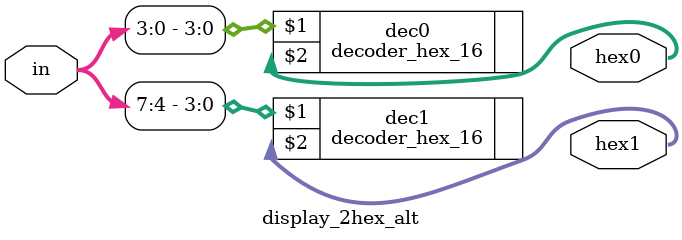
<source format=v>
module display_2hex_alt(
	input [7:0] in,
	output [0:6] hex0,
	output [0:6] hex1);

	decoder_hex_16 dec0(in[3:0], hex0);
	decoder_hex_16 dec1(in[7:4], hex1);
	
endmodule
	
</source>
